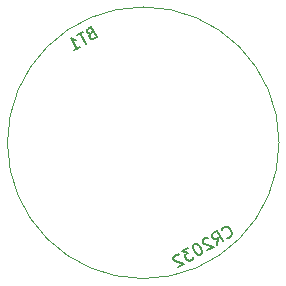
<source format=gbo>
G04 #@! TF.FileFunction,Legend,Bot*
%FSLAX46Y46*%
G04 Gerber Fmt 4.6, Leading zero omitted, Abs format (unit mm)*
G04 Created by KiCad (PCBNEW 4.0.6) date 06/02/17 17:39:52*
%MOMM*%
%LPD*%
G01*
G04 APERTURE LIST*
%ADD10C,0.100000*%
%ADD11C,0.150000*%
G04 APERTURE END LIST*
D10*
X166440000Y-97790000D02*
G75*
G03X166440000Y-97790000I-11500000J0D01*
G01*
D11*
X150504734Y-88536466D02*
X150404825Y-88649133D01*
X150387396Y-88714183D01*
X150393776Y-88820471D01*
X150465204Y-88944189D01*
X150554063Y-89002858D01*
X150619111Y-89020288D01*
X150725400Y-89013908D01*
X151055314Y-88823431D01*
X150555314Y-87957406D01*
X150266639Y-88124073D01*
X150207970Y-88212931D01*
X150190540Y-88277980D01*
X150196920Y-88384268D01*
X150244539Y-88466747D01*
X150333397Y-88525416D01*
X150398446Y-88542845D01*
X150504734Y-88536466D01*
X150793409Y-88369799D01*
X149813007Y-88385978D02*
X149318135Y-88671692D01*
X150065571Y-89394860D02*
X149565571Y-88528835D01*
X149075827Y-89966289D02*
X149570699Y-89680574D01*
X149323264Y-89823431D02*
X148823264Y-88957406D01*
X148977171Y-89033505D01*
X149107268Y-89068364D01*
X149213556Y-89061985D01*
X162013101Y-105850494D02*
X162078150Y-105867924D01*
X162225677Y-105837734D01*
X162308155Y-105790115D01*
X162408065Y-105677447D01*
X162442924Y-105547350D01*
X162436544Y-105441062D01*
X162382546Y-105252295D01*
X162311117Y-105128576D01*
X162174639Y-104987429D01*
X162085781Y-104928760D01*
X161955684Y-104893900D01*
X161808155Y-104924090D01*
X161725677Y-104971709D01*
X161625769Y-105084377D01*
X161608339Y-105149426D01*
X161194694Y-106432972D02*
X161245275Y-105853912D01*
X161689566Y-106147258D02*
X161189566Y-105281233D01*
X160859651Y-105471709D01*
X160800982Y-105560567D01*
X160783553Y-105625616D01*
X160789932Y-105731904D01*
X160861361Y-105855622D01*
X160950219Y-105914291D01*
X161015268Y-105931721D01*
X161121556Y-105925341D01*
X161451471Y-105734864D01*
X160412399Y-105839902D02*
X160347351Y-105822472D01*
X160241063Y-105828852D01*
X160034865Y-105947900D01*
X159976196Y-106036758D01*
X159958767Y-106101807D01*
X159965146Y-106208095D01*
X160012765Y-106290573D01*
X160125433Y-106390481D01*
X160906020Y-106599639D01*
X160369908Y-106909163D01*
X159333798Y-106352661D02*
X159251318Y-106400281D01*
X159192649Y-106489139D01*
X159175220Y-106554188D01*
X159181599Y-106660476D01*
X159235598Y-106849242D01*
X159354646Y-107055439D01*
X159491123Y-107196587D01*
X159579982Y-107255256D01*
X159645030Y-107272686D01*
X159751318Y-107266306D01*
X159833798Y-107218686D01*
X159892467Y-107129828D01*
X159909897Y-107064779D01*
X159903517Y-106958491D01*
X159849518Y-106769725D01*
X159730470Y-106563528D01*
X159593993Y-106422380D01*
X159505135Y-106363711D01*
X159440086Y-106346281D01*
X159333798Y-106352661D01*
X158756447Y-106685995D02*
X158220336Y-106995519D01*
X158699488Y-107158766D01*
X158575769Y-107230195D01*
X158517100Y-107319053D01*
X158499670Y-107384102D01*
X158506051Y-107490391D01*
X158625098Y-107696587D01*
X158713956Y-107755256D01*
X158779005Y-107772686D01*
X158885293Y-107766306D01*
X159132730Y-107623448D01*
X159191399Y-107534590D01*
X159208828Y-107469541D01*
X157938041Y-107268473D02*
X157872992Y-107251043D01*
X157766704Y-107257423D01*
X157560507Y-107376471D01*
X157501838Y-107465329D01*
X157484408Y-107530378D01*
X157490788Y-107636666D01*
X157538407Y-107719145D01*
X157651075Y-107819053D01*
X158431661Y-108028210D01*
X157895550Y-108337734D01*
M02*

</source>
